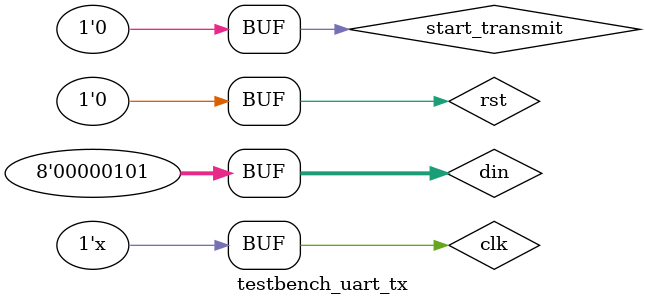
<source format=v>
`timescale 1ns / 1ps
module testbench_uart_tx;

    // Inputs
	reg rst;
	reg clk;
	reg mem_wr;
	reg ser_rx;
	reg ser_tx;
	reg start_transmit;
	reg [1:0] btn_in;
	reg [7:0] din;
	reg [7:0] mem_address;

	// Outputs
	wire [4:0] led_op;
	wire [7:0] dout;
	wire txd;
	wire ready_in;
	wire tx_active;
	
always #6 clk = ~clk;	

uart_tx test_tx (.i_Clock(clk), .i_Tx_DV(start_transmit), .i_Tx_Byte(din), .o_Tx_Active(tx_active), .o_Tx_Serial(txd), .o_Tx_Done(ready_in) ); 

initial 
    begin
		// Initialize Inputs
		rst = 0;
		clk = 0;
		start_transmit = 0;
		din = 0;

		// Wait 100 ns for global reset to finish
		#100;
        start_transmit = 1;  din = 9; #12;
		start_transmit = 0;   #800000;
		start_transmit = 1;  din = 5; #800000;
		start_transmit = 0;   #800000;

	end

endmodule
</source>
